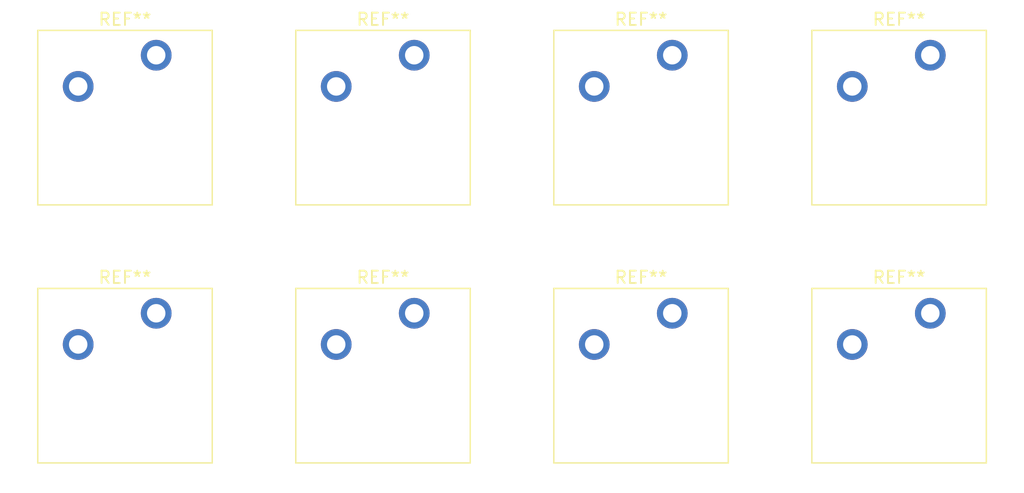
<source format=kicad_pcb>
(kicad_pcb (version 20240108) (generator "pcbnew") (generator_version "8.0")
  (layers (0 "F.Cu" signal) (31 "B.Cu" signal) (34 "B.Paste" user) (35 "F.Paste" user) (36 "B.SilkS" user "B.Silkscreen") (37 "F.SilkS" user "F.Silkscreen") (38 "B.Mask" user) (39 "F.Mask" user) (44 "Edge.Cuts" user))
  (net 0 "")
  (footprint "PCM_Switch_Keyboard_Cherry_MX:SW_Cherry_MX_Plate_1.00u" (layer "F.Cu") (at 92.5 29.5)
    (property "Reference" "REF**" (at 0 -8 0) (layer "F.SilkS"))
    (property "Value" "SW_Cherry_MX_Plate_1.00u")
    (fp_line (start -7.1 -7.1) (end -7.1 7.1) (stroke (width 0.12)) (layer "F.SilkS"))
    (fp_line (start -7.1 7.1) (end 7.1 7.1) (stroke (width 0.12)) (layer "F.SilkS"))
    (fp_line (start 7.1 -7.1) (end -7.1 -7.1) (stroke (width 0.12)) (layer "F.SilkS"))
    (fp_line (start 7.1 7.1) (end 7.1 -7.1) (stroke (width 0.12)) (layer "F.SilkS"))
    (pad "" np_thru_hole circle (at 0 0) (size 4 4) (drill 4) (layers "*.Cu" "*.Mask"))
    (pad "1" thru_hole circle (at -3.81 -2.54) (size 2.5 2.5) (drill 1.5) (layers "*.Cu" "*.Mask"))
    (pad "2" thru_hole circle (at 2.54 -5.08) (size 2.5 2.5) (drill 1.5) (layers "*.Cu" "*.Mask"))
  )
  (footprint "PCM_Switch_Keyboard_Cherry_MX:SW_Cherry_MX_Plate_1.00u" (layer "F.Cu") (at 50.5 29.5)
    (property "Reference" "REF**" (at 0 -8 0) (layer "F.SilkS"))
    (property "Value" "SW_Cherry_MX_Plate_1.00u")
    (fp_line (start -7.1 -7.1) (end -7.1 7.1) (stroke (width 0.12)) (layer "F.SilkS"))
    (fp_line (start -7.1 7.1) (end 7.1 7.1) (stroke (width 0.12)) (layer "F.SilkS"))
    (fp_line (start 7.1 -7.1) (end -7.1 -7.1) (stroke (width 0.12)) (layer "F.SilkS"))
    (fp_line (start 7.1 7.1) (end 7.1 -7.1) (stroke (width 0.12)) (layer "F.SilkS"))
    (pad "" np_thru_hole circle (at 0 0) (size 4 4) (drill 4) (layers "*.Cu" "*.Mask"))
    (pad "1" thru_hole circle (at -3.81 -2.54) (size 2.5 2.5) (drill 1.5) (layers "*.Cu" "*.Mask"))
    (pad "2" thru_hole circle (at 2.54 -5.08) (size 2.5 2.5) (drill 1.5) (layers "*.Cu" "*.Mask"))
  )
  (footprint "PCM_Switch_Keyboard_Cherry_MX:SW_Cherry_MX_Plate_1.00u" (layer "F.Cu") (at 29.5 50.5)
    (property "Reference" "REF**" (at 0 -8 0) (layer "F.SilkS"))
    (property "Value" "SW_Cherry_MX_Plate_1.00u")
    (fp_line (start -7.1 -7.1) (end -7.1 7.1) (stroke (width 0.12)) (layer "F.SilkS"))
    (fp_line (start -7.1 7.1) (end 7.1 7.1) (stroke (width 0.12)) (layer "F.SilkS"))
    (fp_line (start 7.1 -7.1) (end -7.1 -7.1) (stroke (width 0.12)) (layer "F.SilkS"))
    (fp_line (start 7.1 7.1) (end 7.1 -7.1) (stroke (width 0.12)) (layer "F.SilkS"))
    (pad "" np_thru_hole circle (at 0 0) (size 4 4) (drill 4) (layers "*.Cu" "*.Mask"))
    (pad "1" thru_hole circle (at -3.81 -2.54) (size 2.5 2.5) (drill 1.5) (layers "*.Cu" "*.Mask"))
    (pad "2" thru_hole circle (at 2.54 -5.08) (size 2.5 2.5) (drill 1.5) (layers "*.Cu" "*.Mask"))
  )
  (footprint "PCM_Switch_Keyboard_Cherry_MX:SW_Cherry_MX_Plate_1.00u" (layer "F.Cu") (at 29.5 29.5)
    (property "Reference" "REF**" (at 0 -8 0) (layer "F.SilkS"))
    (property "Value" "SW_Cherry_MX_Plate_1.00u")
    (fp_line (start -7.1 -7.1) (end -7.1 7.1) (stroke (width 0.12)) (layer "F.SilkS"))
    (fp_line (start -7.1 7.1) (end 7.1 7.1) (stroke (width 0.12)) (layer "F.SilkS"))
    (fp_line (start 7.1 -7.1) (end -7.1 -7.1) (stroke (width 0.12)) (layer "F.SilkS"))
    (fp_line (start 7.1 7.1) (end 7.1 -7.1) (stroke (width 0.12)) (layer "F.SilkS"))
    (pad "" np_thru_hole circle (at 0 0) (size 4 4) (drill 4) (layers "*.Cu" "*.Mask"))
    (pad "1" thru_hole circle (at -3.81 -2.54) (size 2.5 2.5) (drill 1.5) (layers "*.Cu" "*.Mask"))
    (pad "2" thru_hole circle (at 2.54 -5.08) (size 2.5 2.5) (drill 1.5) (layers "*.Cu" "*.Mask"))
  )
  (footprint "PCM_Switch_Keyboard_Cherry_MX:SW_Cherry_MX_Plate_1.00u" (layer "F.Cu") (at 50.5 50.5)
    (property "Reference" "REF**" (at 0 -8 0) (layer "F.SilkS"))
    (property "Value" "SW_Cherry_MX_Plate_1.00u")
    (fp_line (start -7.1 -7.1) (end -7.1 7.1) (stroke (width 0.12)) (layer "F.SilkS"))
    (fp_line (start -7.1 7.1) (end 7.1 7.1) (stroke (width 0.12)) (layer "F.SilkS"))
    (fp_line (start 7.1 -7.1) (end -7.1 -7.1) (stroke (width 0.12)) (layer "F.SilkS"))
    (fp_line (start 7.1 7.1) (end 7.1 -7.1) (stroke (width 0.12)) (layer "F.SilkS"))
    (pad "" np_thru_hole circle (at 0 0) (size 4 4) (drill 4) (layers "*.Cu" "*.Mask"))
    (pad "1" thru_hole circle (at -3.81 -2.54) (size 2.5 2.5) (drill 1.5) (layers "*.Cu" "*.Mask"))
    (pad "2" thru_hole circle (at 2.54 -5.08) (size 2.5 2.5) (drill 1.5) (layers "*.Cu" "*.Mask"))
  )
  (footprint "PCM_Switch_Keyboard_Cherry_MX:SW_Cherry_MX_Plate_1.00u" (layer "F.Cu") (at 71.5 29.5)
    (property "Reference" "REF**" (at 0 -8 0) (layer "F.SilkS"))
    (property "Value" "SW_Cherry_MX_Plate_1.00u")
    (fp_line (start -7.1 -7.1) (end -7.1 7.1) (stroke (width 0.12)) (layer "F.SilkS"))
    (fp_line (start -7.1 7.1) (end 7.1 7.1) (stroke (width 0.12)) (layer "F.SilkS"))
    (fp_line (start 7.1 -7.1) (end -7.1 -7.1) (stroke (width 0.12)) (layer "F.SilkS"))
    (fp_line (start 7.1 7.1) (end 7.1 -7.1) (stroke (width 0.12)) (layer "F.SilkS"))
    (pad "" np_thru_hole circle (at 0 0) (size 4 4) (drill 4) (layers "*.Cu" "*.Mask"))
    (pad "1" thru_hole circle (at -3.81 -2.54) (size 2.5 2.5) (drill 1.5) (layers "*.Cu" "*.Mask"))
    (pad "2" thru_hole circle (at 2.54 -5.08) (size 2.5 2.5) (drill 1.5) (layers "*.Cu" "*.Mask"))
  )
  (footprint "PCM_Switch_Keyboard_Cherry_MX:SW_Cherry_MX_Plate_1.00u" (layer "F.Cu") (at 92.5 50.5)
    (property "Reference" "REF**" (at 0 -8 0) (layer "F.SilkS"))
    (property "Value" "SW_Cherry_MX_Plate_1.00u")
    (fp_line (start -7.1 -7.1) (end -7.1 7.1) (stroke (width 0.12)) (layer "F.SilkS"))
    (fp_line (start -7.1 7.1) (end 7.1 7.1) (stroke (width 0.12)) (layer "F.SilkS"))
    (fp_line (start 7.1 -7.1) (end -7.1 -7.1) (stroke (width 0.12)) (layer "F.SilkS"))
    (fp_line (start 7.1 7.1) (end 7.1 -7.1) (stroke (width 0.12)) (layer "F.SilkS"))
    (pad "" np_thru_hole circle (at 0 0) (size 4 4) (drill 4) (layers "*.Cu" "*.Mask"))
    (pad "1" thru_hole circle (at -3.81 -2.54) (size 2.5 2.5) (drill 1.5) (layers "*.Cu" "*.Mask"))
    (pad "2" thru_hole circle (at 2.54 -5.08) (size 2.5 2.5) (drill 1.5) (layers "*.Cu" "*.Mask"))
  )
  (footprint "PCM_Switch_Keyboard_Cherry_MX:SW_Cherry_MX_Plate_1.00u" (layer "F.Cu") (at 71.5 50.5)
    (property "Reference" "REF**" (at 0 -8 0) (layer "F.SilkS"))
    (property "Value" "SW_Cherry_MX_Plate_1.00u")
    (fp_line (start -7.1 -7.1) (end -7.1 7.1) (stroke (width 0.12)) (layer "F.SilkS"))
    (fp_line (start -7.1 7.1) (end 7.1 7.1) (stroke (width 0.12)) (layer "F.SilkS"))
    (fp_line (start 7.1 -7.1) (end -7.1 -7.1) (stroke (width 0.12)) (layer "F.SilkS"))
    (fp_line (start 7.1 7.1) (end 7.1 -7.1) (stroke (width 0.12)) (layer "F.SilkS"))
    (pad "" np_thru_hole circle (at 0 0) (size 4 4) (drill 4) (layers "*.Cu" "*.Mask"))
    (pad "1" thru_hole circle (at -3.81 -2.54) (size 2.5 2.5) (drill 1.5) (layers "*.Cu" "*.Mask"))
    (pad "2" thru_hole circle (at 2.54 -5.08) (size 2.5 2.5) (drill 1.5) (layers "*.Cu" "*.Mask"))
  )
)
</source>
